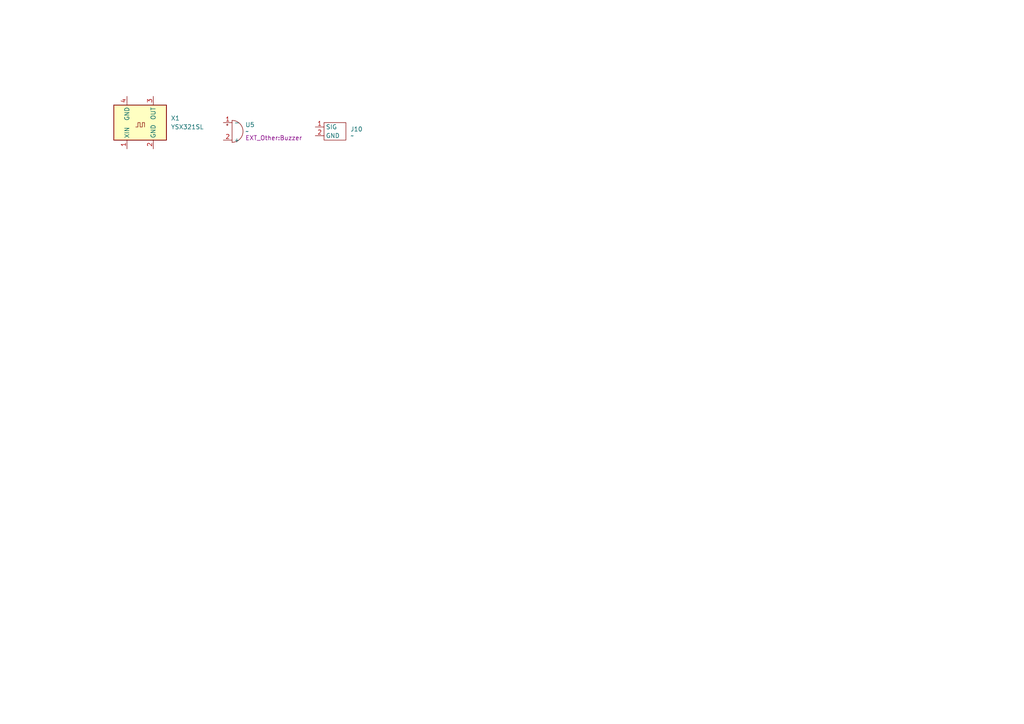
<source format=kicad_sch>
(kicad_sch (version 20250114) (generator "eeschema") (generator_version "9.0")
  (paper "A4")
  (lib_symbols
    (symbol "EXT_Other:ANT-SMD_L3.1-W1.6"
      (property "Reference" "J" (at 1.27 1.27 0))
      (symbol "ANT-SMD_L3.1-W1.6_0_1"
        (rectangle (start -3.81 3.81) (end 2.54 -1.27))
      )
      (symbol "ANT-SMD_L3.1-W1.6_1_1"
        (pin input line (at -6.35 2.54 0) (length 2.54) (name "SIG") (number "1"))
        (pin input line (at -6.35 0 0) (length 2.54) (name "GND") (number "2"))
      )
    )
    (symbol "EXT_Other:Buzzer"
      (property "Reference" "U" (at 0 0 0))
      (property "Footprint" "EXT_Other:Buzzer" (at -0.254 5.842 0))
      (symbol "Buzzer_0_1"
        (polyline (pts (xy 0.889 1.905) (xy 1.397 1.905)))
        (polyline (pts (xy 1.143 2.159) (xy 1.143 1.651)))
        (arc (start 2.54 3.175) (mid 5.7012 0) (end 2.54 -3.175))
        (polyline (pts (xy 2.54 3.175) (xy 2.54 -3.175)))
      )
      (symbol "Buzzer_1_1"
        (pin passive line (at 0 2.54 0) (length 2.54) (name "-") (number "1"))
        (pin passive line (at 0 -2.54 0) (length 2.54) (name "+") (number "2"))
      )
    )
    (symbol "EXT_Other:YSX321SL"
      (property "Reference" "X" (at -9.398 -0.254 0))
      (property "Value" "YSX321SL" (at 8.128 -0.254 0))
      (symbol "YSX321SL_0_1"
        (rectangle (start -7.62 5.08) (end 7.62 -5.08) (stroke (width 0.254)) (fill (type background)))
        (polyline (pts (xy -1.27 -1.27) (xy -0.635 -1.27) (xy -0.635 0) (xy 0 0) (xy 0 -1.27) (xy 0.635 -1.27) (xy 0.635 0) (xy 1.27 0) (xy 1.27 -1.27)))
      )
      (symbol "YSX321SL_1_1"
        (pin passive line (at -3.81 7.62 270) (length 2.54) (name "GND") (number "4"))
        (pin passive line (at -3.81 -7.62 90) (length 2.54) (name "XIN") (number "1"))
        (pin passive line (at 3.81 7.62 270) (length 2.54) (name "OUT") (number "3"))
        (pin passive line (at 3.81 -7.62 90) (length 2.54) (name "GND") (number "2"))
      )
    )
  )
  (symbol (lib_id "EXT_Other:YSX321SL") (at 40.64 35.56 0) (unit 1)
    (property "Reference" "X1" (at 49.53 34.2899 0) (effects (justify left)))
    (property "Value" "YSX321SL" (at 49.53 36.8299 0) (effects (justify left)))
    (property "Footprint" "Crystal:Crystal_SMD_SeikoEpson_FA238-4Pin_3.2x2.5mm" (effects (hide yes)))
    (property "Datasheet" "https://abracon.com/Oscillators/ASCO.pdf" (effects (hide yes)))
    (property "Description" "Crystal Clock Oscillator, Abracon ASCO" (effects (hide yes)))
  )
  (symbol (lib_id "EXT_Other:Buzzer") (at 64.77 38.1 0) (unit 1)
    (property "Reference" "U5" (at 71.12 36.1949 0) (effects (justify left)))
    (property "Value" "~" (at 71.12 38.1 0) (effects (justify left)))
    (property "Footprint" "EXT_Other:Buzzer" (at 71.12 40.0049 0) (effects (justify left)))
    (property "Description" "蜂鸣器" (effects (hide yes)))
  )
  (symbol (lib_id "EXT_Other:ANT-SMD_L3.1-W1.6") (at 97.79 39.37 0) (unit 1)
    (property "Reference" "J10" (at 101.6 37.4649 0) (effects (justify left)))
    (property "Value" "~" (at 101.6 39.37 0) (effects (justify left)))
    (property "Footprint" "EXT_Other:ANT-SMD_L3.1-W1.6" (effects (hide yes)))
    (property "Description" "贴片天线" (effects (hide yes)))
  )
)
</source>
